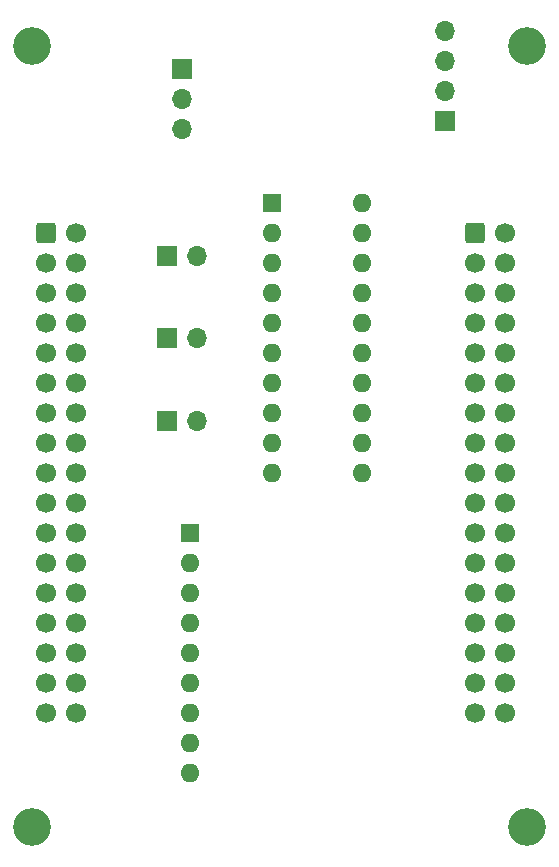
<source format=gbr>
%TF.GenerationSoftware,KiCad,Pcbnew,(6.0.10)*%
%TF.CreationDate,2023-01-22T20:40:01+02:00*%
%TF.ProjectId,ps2_media_sense_floppy_adapter,7073325f-6d65-4646-9961-5f73656e7365,rev?*%
%TF.SameCoordinates,Original*%
%TF.FileFunction,Soldermask,Top*%
%TF.FilePolarity,Negative*%
%FSLAX46Y46*%
G04 Gerber Fmt 4.6, Leading zero omitted, Abs format (unit mm)*
G04 Created by KiCad (PCBNEW (6.0.10)) date 2023-01-22 20:40:01*
%MOMM*%
%LPD*%
G01*
G04 APERTURE LIST*
G04 Aperture macros list*
%AMRoundRect*
0 Rectangle with rounded corners*
0 $1 Rounding radius*
0 $2 $3 $4 $5 $6 $7 $8 $9 X,Y pos of 4 corners*
0 Add a 4 corners polygon primitive as box body*
4,1,4,$2,$3,$4,$5,$6,$7,$8,$9,$2,$3,0*
0 Add four circle primitives for the rounded corners*
1,1,$1+$1,$2,$3*
1,1,$1+$1,$4,$5*
1,1,$1+$1,$6,$7*
1,1,$1+$1,$8,$9*
0 Add four rect primitives between the rounded corners*
20,1,$1+$1,$2,$3,$4,$5,0*
20,1,$1+$1,$4,$5,$6,$7,0*
20,1,$1+$1,$6,$7,$8,$9,0*
20,1,$1+$1,$8,$9,$2,$3,0*%
G04 Aperture macros list end*
%ADD10R,1.700000X1.700000*%
%ADD11O,1.700000X1.700000*%
%ADD12RoundRect,0.250000X-0.600000X-0.600000X0.600000X-0.600000X0.600000X0.600000X-0.600000X0.600000X0*%
%ADD13C,1.700000*%
%ADD14C,3.200000*%
%ADD15R,1.600000X1.600000*%
%ADD16O,1.600000X1.600000*%
G04 APERTURE END LIST*
D10*
%TO.C,JP2*%
X106040000Y-56515000D03*
D11*
X108580000Y-56515000D03*
%TD*%
D12*
%TO.C,J1*%
X95767500Y-54610000D03*
D13*
X98307500Y-54610000D03*
X95767500Y-57150000D03*
X98307500Y-57150000D03*
X95767500Y-59690000D03*
X98307500Y-59690000D03*
X95767500Y-62230000D03*
X98307500Y-62230000D03*
X95767500Y-64770000D03*
X98307500Y-64770000D03*
X95767500Y-67310000D03*
X98307500Y-67310000D03*
X95767500Y-69850000D03*
X98307500Y-69850000D03*
X95767500Y-72390000D03*
X98307500Y-72390000D03*
X95767500Y-74930000D03*
X98307500Y-74930000D03*
X95767500Y-77470000D03*
X98307500Y-77470000D03*
X95767500Y-80010000D03*
X98307500Y-80010000D03*
X95767500Y-82550000D03*
X98307500Y-82550000D03*
X95767500Y-85090000D03*
X98307500Y-85090000D03*
X95767500Y-87630000D03*
X98307500Y-87630000D03*
X95767500Y-90170000D03*
X98307500Y-90170000D03*
X95767500Y-92710000D03*
X98307500Y-92710000D03*
X95767500Y-95250000D03*
X98307500Y-95250000D03*
%TD*%
D14*
%TO.C,H1*%
X94615000Y-38735000D03*
%TD*%
%TO.C,H2*%
X136525000Y-38735000D03*
%TD*%
D10*
%TO.C,JP4*%
X106040000Y-70485000D03*
D11*
X108580000Y-70485000D03*
%TD*%
D15*
%TO.C,U1*%
X114935000Y-52070000D03*
D16*
X114935000Y-54610000D03*
X114935000Y-57150000D03*
X114935000Y-59690000D03*
X114935000Y-62230000D03*
X114935000Y-64770000D03*
X114935000Y-67310000D03*
X114935000Y-69850000D03*
X114935000Y-72390000D03*
X114935000Y-74930000D03*
X122555000Y-74930000D03*
X122555000Y-72390000D03*
X122555000Y-69850000D03*
X122555000Y-67310000D03*
X122555000Y-64770000D03*
X122555000Y-62230000D03*
X122555000Y-59690000D03*
X122555000Y-57150000D03*
X122555000Y-54610000D03*
X122555000Y-52070000D03*
%TD*%
D10*
%TO.C,J3*%
X129540000Y-45075000D03*
D11*
X129540000Y-42535000D03*
X129540000Y-39995000D03*
X129540000Y-37455000D03*
%TD*%
D12*
%TO.C,J2*%
X132080000Y-54610000D03*
D13*
X134620000Y-54610000D03*
X132080000Y-57150000D03*
X134620000Y-57150000D03*
X132080000Y-59690000D03*
X134620000Y-59690000D03*
X132080000Y-62230000D03*
X134620000Y-62230000D03*
X132080000Y-64770000D03*
X134620000Y-64770000D03*
X132080000Y-67310000D03*
X134620000Y-67310000D03*
X132080000Y-69850000D03*
X134620000Y-69850000D03*
X132080000Y-72390000D03*
X134620000Y-72390000D03*
X132080000Y-74930000D03*
X134620000Y-74930000D03*
X132080000Y-77470000D03*
X134620000Y-77470000D03*
X132080000Y-80010000D03*
X134620000Y-80010000D03*
X132080000Y-82550000D03*
X134620000Y-82550000D03*
X132080000Y-85090000D03*
X134620000Y-85090000D03*
X132080000Y-87630000D03*
X134620000Y-87630000D03*
X132080000Y-90170000D03*
X134620000Y-90170000D03*
X132080000Y-92710000D03*
X134620000Y-92710000D03*
X132080000Y-95250000D03*
X134620000Y-95250000D03*
%TD*%
D10*
%TO.C,JP3*%
X106040000Y-63500000D03*
D11*
X108580000Y-63500000D03*
%TD*%
D15*
%TO.C,RN1*%
X107950000Y-79995000D03*
D16*
X107950000Y-82535000D03*
X107950000Y-85075000D03*
X107950000Y-87615000D03*
X107950000Y-90155000D03*
X107950000Y-92695000D03*
X107950000Y-95235000D03*
X107950000Y-97775000D03*
X107950000Y-100315000D03*
%TD*%
D14*
%TO.C,H3*%
X94615000Y-104902000D03*
%TD*%
D10*
%TO.C,JP1*%
X107315000Y-40655000D03*
D11*
X107315000Y-43195000D03*
X107315000Y-45735000D03*
%TD*%
D14*
%TO.C,H4*%
X136525000Y-104902000D03*
%TD*%
M02*

</source>
